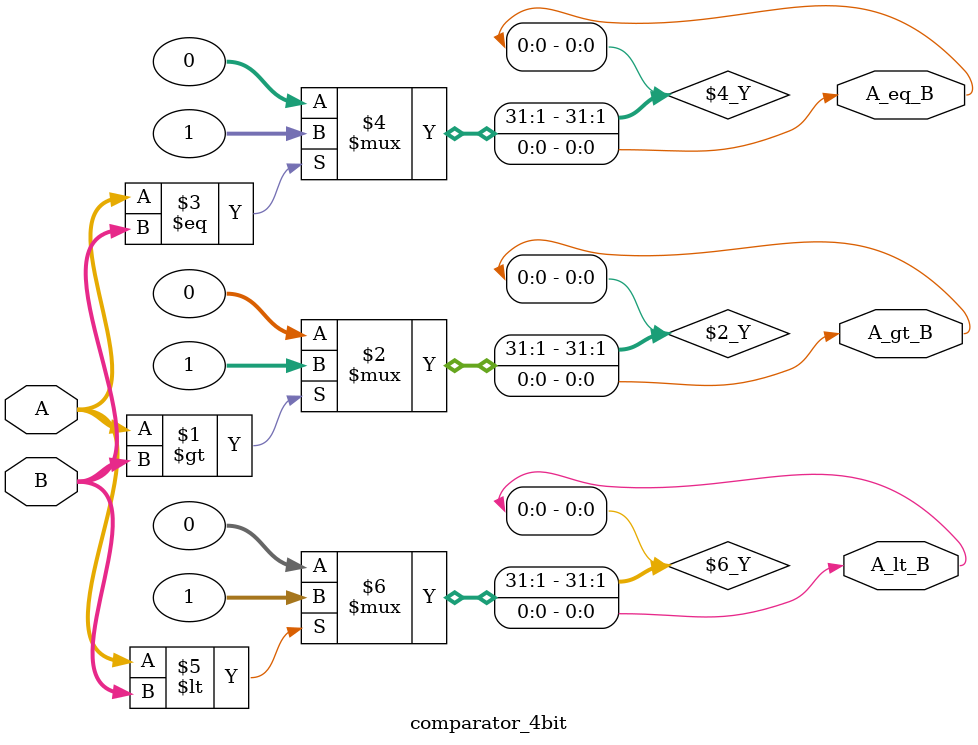
<source format=v>
`timescale 1ns / 1ps


module comparator_4bit (
    input  [3:0] A,
    input  [3:0] B,
    output  A_gt_B,
    output  A_eq_B,
    output  A_lt_B
);

    assign A_gt_B = (A > B) ? 1 : 0;
    assign A_eq_B = (A == B) ? 1 : 0;
    assign A_lt_B = (A < B) ? 1 : 0;

endmodule

</source>
